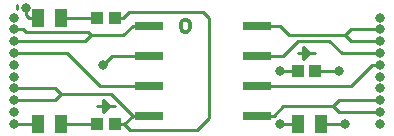
<source format=gbr>
G04 #@! TF.GenerationSoftware,KiCad,Pcbnew,(5.0.0)*
G04 #@! TF.CreationDate,2019-03-20T16:37:46+03:00*
G04 #@! TF.ProjectId,can_adapter,63616E5F616461707465722E6B696361,rev?*
G04 #@! TF.SameCoordinates,Original*
G04 #@! TF.FileFunction,Copper,L1,Top,Signal*
G04 #@! TF.FilePolarity,Positive*
%FSLAX46Y46*%
G04 Gerber Fmt 4.6, Leading zero omitted, Abs format (unit mm)*
G04 Created by KiCad (PCBNEW (5.0.0)) date 03/20/19 16:37:46*
%MOMM*%
%LPD*%
G01*
G04 APERTURE LIST*
G04 #@! TA.AperFunction,NonConductor*
%ADD10C,0.300000*%
G04 #@! TD*
G04 #@! TA.AperFunction,ComponentPad*
%ADD11C,0.800000*%
G04 #@! TD*
G04 #@! TA.AperFunction,SMDPad,CuDef*
%ADD12R,2.350000X0.650000*%
G04 #@! TD*
G04 #@! TA.AperFunction,SMDPad,CuDef*
%ADD13R,1.000000X1.000000*%
G04 #@! TD*
G04 #@! TA.AperFunction,SMDPad,CuDef*
%ADD14R,1.000000X1.500000*%
G04 #@! TD*
G04 #@! TA.AperFunction,ViaPad*
%ADD15C,0.800000*%
G04 #@! TD*
G04 #@! TA.AperFunction,Conductor*
%ADD16C,0.250000*%
G04 #@! TD*
G04 APERTURE END LIST*
D10*
X174892857Y-51178571D02*
X174750000Y-51107142D01*
X174678571Y-51035714D01*
X174607142Y-50892857D01*
X174607142Y-50464285D01*
X174678571Y-50321428D01*
X174750000Y-50250000D01*
X174892857Y-50178571D01*
X175107142Y-50178571D01*
X175250000Y-50250000D01*
X175321428Y-50321428D01*
X175392857Y-50464285D01*
X175392857Y-50892857D01*
X175321428Y-51035714D01*
X175250000Y-51107142D01*
X175107142Y-51178571D01*
X174892857Y-51178571D01*
D11*
G04 #@! TO.P,A1,10B*
G04 #@! TO.N,Net-(A1-Pad10B)*
X191500000Y-50000000D03*
G04 #@! TO.P,A1,9B*
G04 #@! TO.N,Net-(A1-Pad8B)*
X191500000Y-51000000D03*
G04 #@! TO.P,A1,8B*
X191500000Y-52000000D03*
G04 #@! TO.P,A1,7B*
G04 #@! TO.N,Net-(A1-Pad7B)*
X191500000Y-53000000D03*
G04 #@! TO.P,A1,6B*
G04 #@! TO.N,Net-(A1-Pad6B)*
X191500000Y-54000000D03*
G04 #@! TO.P,A1,5B*
G04 #@! TO.N,Net-(A1-Pad5B)*
X191500000Y-55000000D03*
G04 #@! TO.P,A1,4B*
G04 #@! TO.N,Net-(A1-Pad4B)*
X191500000Y-56000000D03*
G04 #@! TO.P,A1,3B*
G04 #@! TO.N,Net-(A1-Pad2B)*
X191500000Y-57000000D03*
G04 #@! TO.P,A1,2B*
X191500000Y-58000000D03*
G04 #@! TO.P,A1,10A*
G04 #@! TO.N,Net-(A1-Pad10A)*
X160500000Y-59000000D03*
G04 #@! TO.P,A1,9A*
G04 #@! TO.N,Net-(A1-Pad9A)*
X160500000Y-58000000D03*
G04 #@! TO.P,A1,8A*
G04 #@! TO.N,Net-(A1-Pad7A)*
X160500000Y-57000000D03*
G04 #@! TO.P,A1,7A*
X160500000Y-56000000D03*
G04 #@! TO.P,A1,6A*
G04 #@! TO.N,Net-(A1-Pad6A)*
X160500000Y-55000000D03*
G04 #@! TO.P,A1,5A*
G04 #@! TO.N,Net-(A1-Pad5A)*
X160500000Y-54000000D03*
G04 #@! TO.P,A1,4A*
G04 #@! TO.N,Net-(A1-Pad4A)*
X160500000Y-53000000D03*
G04 #@! TO.P,A1,3A*
G04 #@! TO.N,Net-(A1-Pad2A)*
X160500000Y-52000000D03*
G04 #@! TO.P,A1,2A*
X160500000Y-51000000D03*
G04 #@! TO.P,A1,1B*
G04 #@! TO.N,Net-(A1-Pad1B)*
X191500000Y-59000000D03*
G04 #@! TO.P,A1,1A*
G04 #@! TO.N,Net-(A1-Pad1A)*
X160500000Y-50000000D03*
G04 #@! TD*
D12*
G04 #@! TO.P,DD1,8*
G04 #@! TO.N,Net-(A1-Pad8B)*
X181050000Y-50690000D03*
G04 #@! TO.P,DD1,7*
G04 #@! TO.N,Net-(A1-Pad7B)*
X181050000Y-53230000D03*
G04 #@! TO.P,DD1,6*
G04 #@! TO.N,Net-(A1-Pad6B)*
X181050000Y-55770000D03*
G04 #@! TO.P,DD1,5*
G04 #@! TO.N,Net-(A1-Pad2B)*
X181050000Y-58310000D03*
G04 #@! TO.P,DD1,4*
G04 #@! TO.N,Net-(A1-Pad7A)*
X171950000Y-58310000D03*
G04 #@! TO.P,DD1,3*
G04 #@! TO.N,Net-(A1-Pad4A)*
X171950000Y-55770000D03*
G04 #@! TO.P,DD1,2*
G04 #@! TO.N,Net-(A1-Pad5A)*
X171950000Y-53230000D03*
G04 #@! TO.P,DD1,1*
G04 #@! TO.N,Net-(A1-Pad2A)*
X171950000Y-50690000D03*
G04 #@! TD*
D13*
G04 #@! TO.P,HL1,2*
G04 #@! TO.N,Net-(A1-Pad7A)*
X169000000Y-59000000D03*
G04 #@! TO.P,HL1,1*
G04 #@! TO.N,Net-(HL1-Pad1)*
X167500000Y-59000000D03*
G04 #@! TD*
G04 #@! TO.P,HL2,1*
G04 #@! TO.N,Net-(HL2-Pad1)*
X167500000Y-50000000D03*
G04 #@! TO.P,HL2,2*
G04 #@! TO.N,Net-(A1-Pad7A)*
X169000000Y-50000000D03*
G04 #@! TD*
G04 #@! TO.P,HL3,1*
G04 #@! TO.N,Net-(HL3-Pad1)*
X184500000Y-54500000D03*
G04 #@! TO.P,HL3,2*
G04 #@! TO.N,Net-(A1-Pad5B)*
X186000000Y-54500000D03*
G04 #@! TD*
D14*
G04 #@! TO.P,R1,2*
G04 #@! TO.N,Net-(A1-Pad10A)*
X162500000Y-59000000D03*
G04 #@! TO.P,R1,1*
G04 #@! TO.N,Net-(HL1-Pad1)*
X164500000Y-59000000D03*
G04 #@! TD*
G04 #@! TO.P,R2,1*
G04 #@! TO.N,Net-(HL2-Pad1)*
X164500000Y-50000000D03*
G04 #@! TO.P,R2,2*
G04 #@! TO.N,Net-(A1-Pad6A)*
X162500000Y-50000000D03*
G04 #@! TD*
G04 #@! TO.P,R3,2*
G04 #@! TO.N,Net-(HL3-Pad1)*
X184500000Y-59000000D03*
G04 #@! TO.P,R3,1*
G04 #@! TO.N,Net-(A1-Pad4B)*
X186500000Y-59000000D03*
G04 #@! TD*
D15*
G04 #@! TO.N,Net-(A1-Pad5A)*
X168000000Y-54000000D03*
G04 #@! TO.N,Net-(A1-Pad5B)*
X188000000Y-54500000D03*
G04 #@! TO.N,Net-(A1-Pad4B)*
X188500000Y-59000000D03*
G04 #@! TO.N,Net-(A1-Pad6A)*
X161500000Y-49175000D03*
G04 #@! TO.N,Net-(HL3-Pad1)*
X183000000Y-59035000D03*
X183000000Y-54500000D03*
G04 #@! TD*
D16*
G04 #@! TO.N,*
X168499999Y-57500000D02*
X168000000Y-57999999D01*
X168000000Y-57999999D02*
X168000000Y-57000001D01*
X168000000Y-57000001D02*
X168499999Y-57500000D01*
X168499999Y-57500000D02*
X169000000Y-57500000D01*
X167500001Y-57500000D02*
X168499999Y-57500000D01*
X185000000Y-52500001D02*
X185499999Y-53000000D01*
X185000000Y-53499999D02*
X185000000Y-52500001D01*
X185499999Y-53000000D02*
X185000000Y-53499999D01*
X185499999Y-53000000D02*
X186000000Y-53000000D01*
X184500001Y-53000000D02*
X185499999Y-53000000D01*
X160750000Y-49250000D02*
X160750000Y-48900010D01*
G04 #@! TO.N,Net-(A1-Pad2A)*
X160500000Y-52000000D02*
X166500000Y-52000000D01*
X166500000Y-52000000D02*
X167000000Y-51500000D01*
X169715000Y-51500000D02*
X168000000Y-51500000D01*
X170525000Y-50690000D02*
X169715000Y-51500000D01*
X171950000Y-50690000D02*
X170525000Y-50690000D01*
X167000000Y-51500000D02*
X168000000Y-51500000D01*
X166750000Y-51250000D02*
X167000000Y-51500000D01*
X161250000Y-51000000D02*
X161500000Y-51250000D01*
X160500000Y-51000000D02*
X161250000Y-51000000D01*
X166750000Y-51250000D02*
X161500000Y-51250000D01*
G04 #@! TO.N,Net-(A1-Pad5A)*
X171950000Y-53230000D02*
X168770000Y-53230000D01*
X168770000Y-53230000D02*
X168000000Y-54000000D01*
G04 #@! TO.N,Net-(A1-Pad4A)*
X160500000Y-53000000D02*
X165000000Y-53000000D01*
X167770000Y-55770000D02*
X171950000Y-55770000D01*
X165000000Y-53000000D02*
X167770000Y-55770000D01*
G04 #@! TO.N,Net-(A1-Pad7A)*
X160500000Y-56000000D02*
X164000000Y-56000000D01*
X164000000Y-57000000D02*
X164500000Y-56500000D01*
X160500000Y-57000000D02*
X164000000Y-57000000D01*
X164000000Y-56000000D02*
X164500000Y-56500000D01*
X164500000Y-56500000D02*
X165500000Y-56500000D01*
X168715000Y-56500000D02*
X165500000Y-56500000D01*
X170525000Y-58310000D02*
X168715000Y-56500000D01*
X171950000Y-58310000D02*
X170525000Y-58310000D01*
X169835000Y-59000000D02*
X170525000Y-58310000D01*
X169000000Y-59000000D02*
X169835000Y-59000000D01*
X169750000Y-50000000D02*
X170250000Y-49500000D01*
X169000000Y-50000000D02*
X169750000Y-50000000D01*
X170250000Y-49500000D02*
X176500000Y-49500000D01*
X176500000Y-49500000D02*
X177000000Y-50000000D01*
X177000000Y-50000000D02*
X177000000Y-58500000D01*
X177000000Y-58500000D02*
X176000000Y-59500000D01*
X170335000Y-59500000D02*
X169835000Y-59000000D01*
X176000000Y-59500000D02*
X170335000Y-59500000D01*
G04 #@! TO.N,Net-(A1-Pad2B)*
X191500000Y-57000000D02*
X188000000Y-57000000D01*
X188000000Y-58000000D02*
X187500000Y-57500000D01*
X191500000Y-58000000D02*
X188000000Y-58000000D01*
X188000000Y-57000000D02*
X187500000Y-57500000D01*
X183285000Y-57500000D02*
X186000000Y-57500000D01*
X182475000Y-58310000D02*
X183285000Y-57500000D01*
X181050000Y-58310000D02*
X182475000Y-58310000D01*
X187500000Y-57500000D02*
X186000000Y-57500000D01*
G04 #@! TO.N,Net-(A1-Pad6B)*
X190770000Y-54000000D02*
X189000000Y-55770000D01*
X191500000Y-54000000D02*
X190770000Y-54000000D01*
X181050000Y-55770000D02*
X189000000Y-55770000D01*
G04 #@! TO.N,Net-(A1-Pad7B)*
X191500000Y-53000000D02*
X188250000Y-53000000D01*
X188250000Y-53000000D02*
X187200010Y-51950010D01*
X184529990Y-51950010D02*
X183250000Y-53230000D01*
X187200010Y-51950010D02*
X184529990Y-51950010D01*
X181050000Y-53230000D02*
X183250000Y-53230000D01*
G04 #@! TO.N,Net-(A1-Pad8B)*
X191500000Y-52000000D02*
X189000000Y-52000000D01*
X189000000Y-51000000D02*
X188500000Y-51500000D01*
X191500000Y-51000000D02*
X189000000Y-51000000D01*
X189000000Y-52000000D02*
X188500000Y-51500000D01*
X183810000Y-51500000D02*
X183000000Y-50690000D01*
X188500000Y-51500000D02*
X183810000Y-51500000D01*
X183000000Y-50690000D02*
X181050000Y-50690000D01*
G04 #@! TO.N,Net-(A1-Pad5B)*
X188000000Y-54500000D02*
X186000000Y-54500000D01*
G04 #@! TO.N,Net-(A1-Pad4B)*
X188500000Y-59000000D02*
X186500000Y-59000000D01*
G04 #@! TO.N,Net-(A1-Pad10A)*
X162500000Y-59000000D02*
X160500000Y-59000000D01*
G04 #@! TO.N,Net-(A1-Pad6A)*
X161750000Y-50000000D02*
X162500000Y-50000000D01*
X161500000Y-49175000D02*
X161500000Y-49750000D01*
X161500000Y-49750000D02*
X161750000Y-50000000D01*
G04 #@! TO.N,Net-(HL1-Pad1)*
X164500000Y-59000000D02*
X167500000Y-59000000D01*
G04 #@! TO.N,Net-(HL2-Pad1)*
X164500000Y-50000000D02*
X167500000Y-50000000D01*
G04 #@! TO.N,Net-(HL3-Pad1)*
X184500000Y-59000000D02*
X183035000Y-59000000D01*
X183035000Y-59000000D02*
X183000000Y-59035000D01*
X183000000Y-54500000D02*
X184500000Y-54500000D01*
G04 #@! TD*
M02*

</source>
